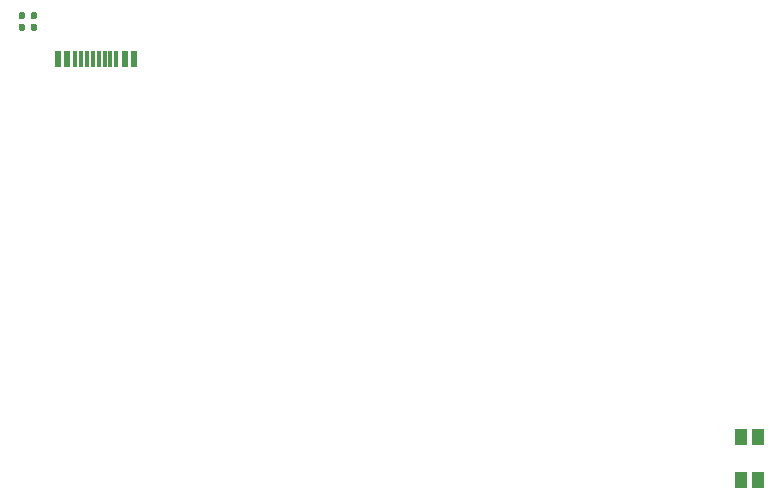
<source format=gtp>
G04 #@! TF.GenerationSoftware,KiCad,Pcbnew,(5.1.9)-1*
G04 #@! TF.CreationDate,2021-05-31T01:10:29+01:00*
G04 #@! TF.ProjectId,Env-KB60F,456e762d-4b42-4363-9046-2e6b69636164,rev?*
G04 #@! TF.SameCoordinates,Original*
G04 #@! TF.FileFunction,Paste,Top*
G04 #@! TF.FilePolarity,Positive*
%FSLAX46Y46*%
G04 Gerber Fmt 4.6, Leading zero omitted, Abs format (unit mm)*
G04 Created by KiCad (PCBNEW (5.1.9)-1) date 2021-05-31 01:10:29*
%MOMM*%
%LPD*%
G01*
G04 APERTURE LIST*
%ADD10R,0.600000X1.450000*%
%ADD11R,0.300000X1.450000*%
%ADD12R,1.050000X1.400000*%
G04 APERTURE END LIST*
G36*
G01*
X297490000Y-38185000D02*
X297490000Y-37815000D01*
G75*
G02*
X297625000Y-37680000I135000J0D01*
G01*
X297895000Y-37680000D01*
G75*
G02*
X298030000Y-37815000I0J-135000D01*
G01*
X298030000Y-38185000D01*
G75*
G02*
X297895000Y-38320000I-135000J0D01*
G01*
X297625000Y-38320000D01*
G75*
G02*
X297490000Y-38185000I0J135000D01*
G01*
G37*
G36*
G01*
X296470000Y-38185000D02*
X296470000Y-37815000D01*
G75*
G02*
X296605000Y-37680000I135000J0D01*
G01*
X296875000Y-37680000D01*
G75*
G02*
X297010000Y-37815000I0J-135000D01*
G01*
X297010000Y-38185000D01*
G75*
G02*
X296875000Y-38320000I-135000J0D01*
G01*
X296605000Y-38320000D01*
G75*
G02*
X296470000Y-38185000I0J135000D01*
G01*
G37*
G36*
G01*
X297010000Y-36815000D02*
X297010000Y-37185000D01*
G75*
G02*
X296875000Y-37320000I-135000J0D01*
G01*
X296605000Y-37320000D01*
G75*
G02*
X296470000Y-37185000I0J135000D01*
G01*
X296470000Y-36815000D01*
G75*
G02*
X296605000Y-36680000I135000J0D01*
G01*
X296875000Y-36680000D01*
G75*
G02*
X297010000Y-36815000I0J-135000D01*
G01*
G37*
G36*
G01*
X298030000Y-36815000D02*
X298030000Y-37185000D01*
G75*
G02*
X297895000Y-37320000I-135000J0D01*
G01*
X297625000Y-37320000D01*
G75*
G02*
X297490000Y-37185000I0J135000D01*
G01*
X297490000Y-36815000D01*
G75*
G02*
X297625000Y-36680000I135000J0D01*
G01*
X297895000Y-36680000D01*
G75*
G02*
X298030000Y-36815000I0J-135000D01*
G01*
G37*
D10*
X299770001Y-40650001D03*
X306220001Y-40650001D03*
X300545001Y-40650001D03*
X305445001Y-40650001D03*
D11*
X304745001Y-40650001D03*
X301245001Y-40650001D03*
X304245001Y-40650001D03*
X301745001Y-40650001D03*
X303745001Y-40650001D03*
X302245001Y-40650001D03*
X302745001Y-40650001D03*
X303245001Y-40650001D03*
D12*
X359100000Y-72700000D03*
X359100000Y-76300000D03*
X357650000Y-72700000D03*
X357650000Y-76300000D03*
M02*

</source>
